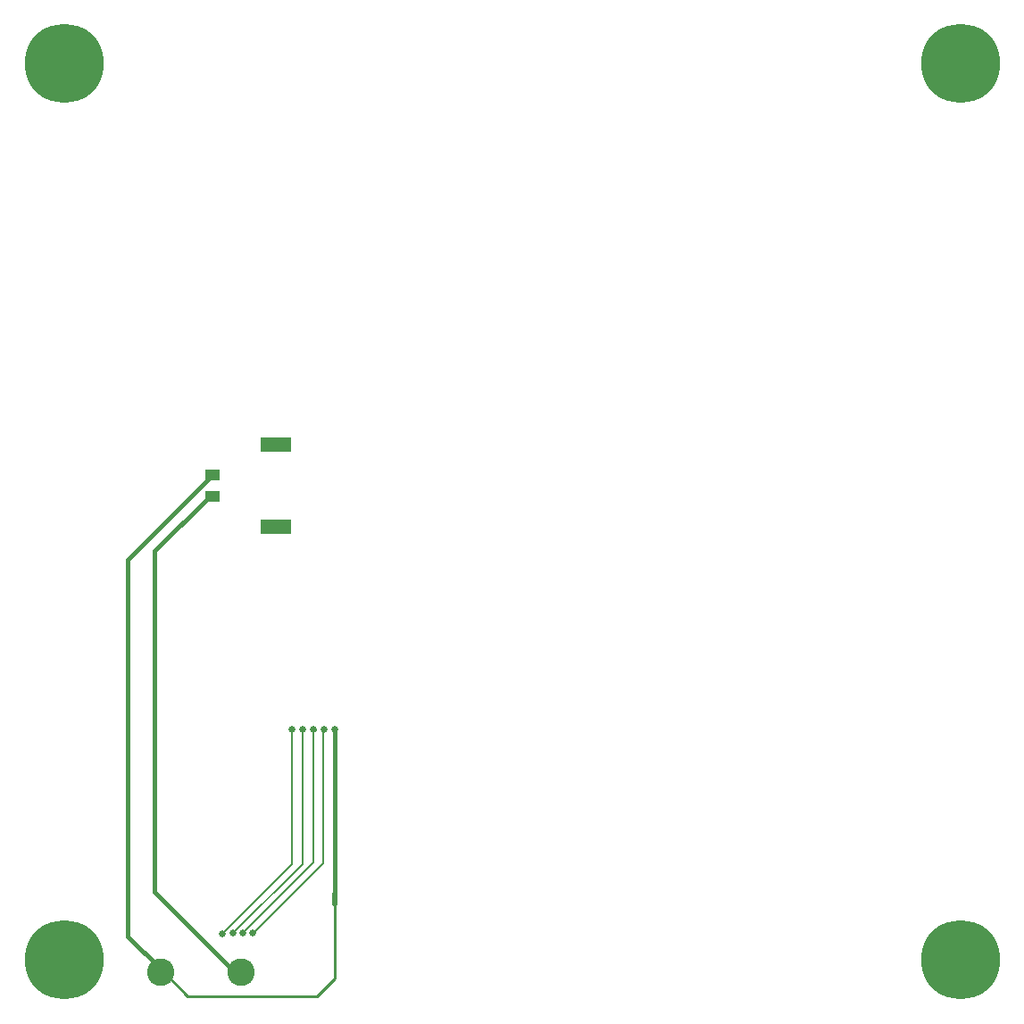
<source format=gbl>
%TF.GenerationSoftware,KiCad,Pcbnew,8.0.5*%
%TF.CreationDate,2024-11-19T20:18:48-08:00*%
%TF.ProjectId,Coil_Pannel_Z,436f696c-5f50-4616-9e6e-656c5f5a2e6b,1.0*%
%TF.SameCoordinates,Original*%
%TF.FileFunction,Copper,L6,Bot*%
%TF.FilePolarity,Positive*%
%FSLAX46Y46*%
G04 Gerber Fmt 4.6, Leading zero omitted, Abs format (unit mm)*
G04 Created by KiCad (PCBNEW 8.0.5) date 2024-11-19 20:18:48*
%MOMM*%
%LPD*%
G01*
G04 APERTURE LIST*
%TA.AperFunction,EtchedComponent*%
%ADD10C,0.000000*%
%TD*%
%TA.AperFunction,ComponentPad*%
%ADD11C,2.600000*%
%TD*%
%TA.AperFunction,ComponentPad*%
%ADD12C,4.700000*%
%TD*%
%TA.AperFunction,ConnectorPad*%
%ADD13C,7.500000*%
%TD*%
%TA.AperFunction,SMDPad,CuDef*%
%ADD14R,1.450000X1.100000*%
%TD*%
%TA.AperFunction,SMDPad,CuDef*%
%ADD15R,2.899999X1.350000*%
%TD*%
%TA.AperFunction,SMDPad,CuDef*%
%ADD16C,0.500000*%
%TD*%
%TA.AperFunction,ViaPad*%
%ADD17C,0.650000*%
%TD*%
%TA.AperFunction,Conductor*%
%ADD18C,0.450000*%
%TD*%
%TA.AperFunction,Conductor*%
%ADD19C,0.250000*%
%TD*%
%TA.AperFunction,Conductor*%
%ADD20C,0.200000*%
%TD*%
G04 APERTURE END LIST*
D10*
%TA.AperFunction,EtchedComponent*%
G36*
X130554000Y-133674000D02*
G01*
X130054000Y-133674000D01*
X130054000Y-132674000D01*
X130554000Y-132674000D01*
X130554000Y-133674000D01*
G37*
%TD.AperFunction*%
D11*
X113784000Y-140074000D03*
X121404000Y-140074000D03*
D12*
X189637061Y-138948940D03*
D13*
X189637061Y-138948940D03*
D12*
X104641451Y-53941800D03*
D13*
X104641451Y-53941800D03*
D12*
X104637051Y-138948990D03*
D13*
X104637051Y-138948990D03*
D12*
X189636861Y-53948740D03*
D13*
X189636861Y-53948740D03*
D14*
X118754001Y-92945501D03*
X118754001Y-94945502D03*
D15*
X124729000Y-90050503D03*
X124729000Y-97840498D03*
D16*
X130304000Y-133674000D03*
X130304000Y-132674000D03*
D17*
X128272000Y-117084000D03*
X122514000Y-136394000D03*
X130304000Y-117084000D03*
X126240000Y-117084000D03*
X127256000Y-117084000D03*
X129288000Y-117084000D03*
X121594000Y-136404000D03*
X119689000Y-136424000D03*
X120674000Y-136414000D03*
D18*
X113204000Y-132474000D02*
X120504000Y-139774000D01*
X113204000Y-100174000D02*
X113204000Y-132474000D01*
X118432498Y-94945502D02*
X113204000Y-100174000D01*
X120504000Y-139774000D02*
X121414000Y-139774000D01*
D19*
X116394000Y-142374000D02*
X113794000Y-139774000D01*
X130304000Y-140674000D02*
X128604000Y-142374000D01*
X128604000Y-142374000D02*
X116394000Y-142374000D01*
X130304000Y-133674000D02*
X130304000Y-140674000D01*
D18*
X110694000Y-101005502D02*
X118754001Y-92945501D01*
X110694000Y-136674000D02*
X110694000Y-101005502D01*
X113794000Y-139774000D02*
X110694000Y-136674000D01*
D20*
X122514000Y-136394000D02*
X122594000Y-136394000D01*
X128272000Y-117084000D02*
X128272000Y-129726000D01*
D18*
X130304000Y-117084000D02*
X130304000Y-132674000D01*
D20*
X126240000Y-117084000D02*
X126240000Y-129873000D01*
X128272000Y-129726000D02*
X121594000Y-136404000D01*
X122594000Y-136394000D02*
X129204000Y-129784000D01*
X129204000Y-117168000D02*
X129288000Y-117084000D01*
X120674000Y-136414000D02*
X127256000Y-129832000D01*
D19*
X118432498Y-94945502D02*
X118754001Y-94945502D01*
D20*
X129204000Y-129784000D02*
X129204000Y-117168000D01*
X127256000Y-129832000D02*
X127256000Y-117084000D01*
X126240000Y-129873000D02*
X119689000Y-136424000D01*
D19*
X128448999Y-117178999D02*
X128434000Y-117164000D01*
X128448999Y-117194000D02*
X128448999Y-117178999D01*
M02*

</source>
